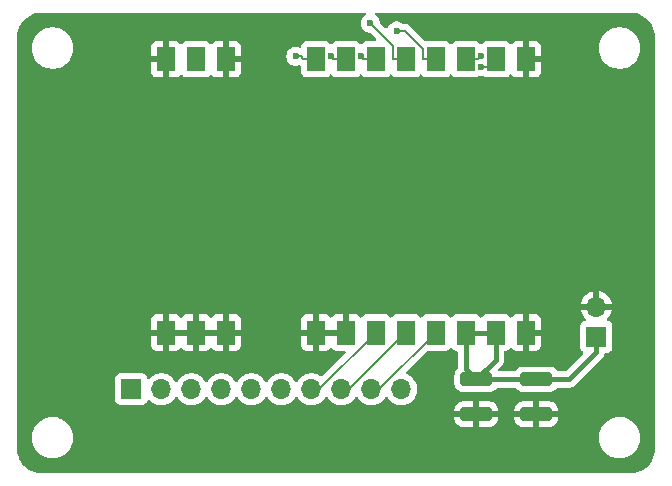
<source format=gbr>
%TF.GenerationSoftware,KiCad,Pcbnew,9.0.0*%
%TF.CreationDate,2025-02-26T09:21:49+02:00*%
%TF.ProjectId,E900M30S shield,45393030-4d33-4305-9320-736869656c64,rev?*%
%TF.SameCoordinates,Original*%
%TF.FileFunction,Copper,L1,Top*%
%TF.FilePolarity,Positive*%
%FSLAX46Y46*%
G04 Gerber Fmt 4.6, Leading zero omitted, Abs format (unit mm)*
G04 Created by KiCad (PCBNEW 9.0.0) date 2025-02-26 09:21:49*
%MOMM*%
%LPD*%
G01*
G04 APERTURE LIST*
G04 Aperture macros list*
%AMRoundRect*
0 Rectangle with rounded corners*
0 $1 Rounding radius*
0 $2 $3 $4 $5 $6 $7 $8 $9 X,Y pos of 4 corners*
0 Add a 4 corners polygon primitive as box body*
4,1,4,$2,$3,$4,$5,$6,$7,$8,$9,$2,$3,0*
0 Add four circle primitives for the rounded corners*
1,1,$1+$1,$2,$3*
1,1,$1+$1,$4,$5*
1,1,$1+$1,$6,$7*
1,1,$1+$1,$8,$9*
0 Add four rect primitives between the rounded corners*
20,1,$1+$1,$2,$3,$4,$5,0*
20,1,$1+$1,$4,$5,$6,$7,0*
20,1,$1+$1,$6,$7,$8,$9,0*
20,1,$1+$1,$8,$9,$2,$3,0*%
G04 Aperture macros list end*
%TA.AperFunction,ComponentPad*%
%ADD10R,1.700000X1.700000*%
%TD*%
%TA.AperFunction,ComponentPad*%
%ADD11O,1.700000X1.700000*%
%TD*%
%TA.AperFunction,SMDPad,CuDef*%
%ADD12RoundRect,0.250000X-1.100000X0.325000X-1.100000X-0.325000X1.100000X-0.325000X1.100000X0.325000X0*%
%TD*%
%TA.AperFunction,SMDPad,CuDef*%
%ADD13R,1.510000X2.080000*%
%TD*%
%TA.AperFunction,ViaPad*%
%ADD14C,0.600000*%
%TD*%
%TA.AperFunction,Conductor*%
%ADD15C,0.400000*%
%TD*%
%TA.AperFunction,Conductor*%
%ADD16C,0.200000*%
%TD*%
G04 APERTURE END LIST*
D10*
%TO.P,J1,1*%
%TO.N,NSS*%
X119380000Y-128905000D03*
D11*
%TO.P,J1,2*%
%TO.N,SCK*%
X121920000Y-128905000D03*
%TO.P,J1,3*%
%TO.N,MOSI*%
X124460000Y-128905000D03*
%TO.P,J1,4*%
%TO.N,MISO*%
X127000000Y-128905000D03*
%TO.P,J1,5*%
%TO.N,RST*%
X129540000Y-128905000D03*
%TO.P,J1,6*%
%TO.N,BUSY*%
X132080000Y-128905000D03*
%TO.P,J1,7*%
%TO.N,RXEN*%
X134620000Y-128905000D03*
%TO.P,J1,8*%
%TO.N,TXEN*%
X137160000Y-128905000D03*
%TO.P,J1,9*%
%TO.N,DIO2*%
X139700000Y-128905000D03*
%TO.P,J1,10*%
%TO.N,DIO1*%
X142240000Y-128905000D03*
%TD*%
D10*
%TO.P,J2,1*%
%TO.N,+5V*%
X158750000Y-124460000D03*
D11*
%TO.P,J2,2*%
%TO.N,GND*%
X158750000Y-121920000D03*
%TD*%
D12*
%TO.P,C1,1*%
%TO.N,+5V*%
X148590000Y-128065000D03*
%TO.P,C1,2*%
%TO.N,GND*%
X148590000Y-131015000D03*
%TD*%
D13*
%TO.P,U1,1,GND*%
%TO.N,GND*%
X122330000Y-124110000D03*
%TO.P,U1,2,GND*%
X124870000Y-124110000D03*
%TO.P,U1,3,GND*%
X127410000Y-124110000D03*
%TO.P,U1,4,GND*%
X135010000Y-124110000D03*
%TO.P,U1,5,GND*%
X137550000Y-124110000D03*
%TO.P,U1,6,RXEN*%
%TO.N,RXEN*%
X140090000Y-124110000D03*
%TO.P,U1,7,TXEN*%
%TO.N,TXEN*%
X142630000Y-124110000D03*
%TO.P,U1,8,DIO2*%
%TO.N,DIO2*%
X145170000Y-124110000D03*
%TO.P,U1,9,VCC*%
%TO.N,+5V*%
X147710000Y-124110000D03*
%TO.P,U1,10,VCC*%
X150250000Y-124110000D03*
%TO.P,U1,11,GND*%
%TO.N,GND*%
X152790000Y-124110000D03*
%TO.P,U1,12,GND*%
X152790000Y-100960000D03*
%TO.P,U1,13,DIO1*%
%TO.N,DIO1*%
X150250000Y-100960000D03*
%TO.P,U1,14,BUSY*%
%TO.N,BUSY*%
X147710000Y-100960000D03*
%TO.P,U1,15,~{RST}*%
%TO.N,RST*%
X145170000Y-100960000D03*
%TO.P,U1,16,MISO*%
%TO.N,MISO*%
X142630000Y-100960000D03*
%TO.P,U1,17,MOSI*%
%TO.N,MOSI*%
X140090000Y-100960000D03*
%TO.P,U1,18,SCK*%
%TO.N,SCK*%
X137550000Y-100960000D03*
%TO.P,U1,19,NSS*%
%TO.N,NSS*%
X135010000Y-100960000D03*
%TO.P,U1,20,GND*%
%TO.N,GND*%
X127410000Y-100960000D03*
%TO.P,U1,21,ANT*%
%TO.N,unconnected-(U1-ANT-Pad21)*%
X124870000Y-100960000D03*
%TO.P,U1,22,GND*%
%TO.N,GND*%
X122330000Y-100960000D03*
%TD*%
D12*
%TO.P,C2,1*%
%TO.N,+5V*%
X153670000Y-128065000D03*
%TO.P,C2,2*%
%TO.N,GND*%
X153670000Y-131015000D03*
%TD*%
D14*
%TO.N,GND*%
X131445000Y-121782000D03*
X145415000Y-119380000D03*
X122357000Y-121782000D03*
X135010000Y-121782000D03*
X127410000Y-103174000D03*
X122330000Y-103174000D03*
X127429000Y-121782000D03*
X145415000Y-127000000D03*
X152790000Y-103174000D03*
X124917000Y-121782000D03*
X137550000Y-121782000D03*
%TO.N,MISO*%
X139625700Y-97910200D03*
%TO.N,MOSI*%
X138820000Y-100726200D03*
%TO.N,DIO1*%
X148980000Y-101611000D03*
%TO.N,NSS*%
X133308700Y-100726200D03*
%TO.N,BUSY*%
X148980000Y-100726200D03*
%TO.N,SCK*%
X136280000Y-100726200D03*
%TO.N,RST*%
X141840200Y-98572000D03*
%TD*%
D15*
%TO.N,+5V*%
X148590000Y-128065000D02*
X147710000Y-127185000D01*
X158750000Y-125730000D02*
X156415000Y-128065000D01*
X147710000Y-127185000D02*
X147710000Y-124110000D01*
X147710000Y-124110000D02*
X150250000Y-124110000D01*
X148590000Y-128065000D02*
X150250000Y-126405000D01*
X156415000Y-128065000D02*
X153670000Y-128065000D01*
X153670000Y-128065000D02*
X148590000Y-128065000D01*
X150250000Y-126405000D02*
X150250000Y-124110000D01*
X158750000Y-124460000D02*
X158750000Y-125730000D01*
D16*
%TO.N,MISO*%
X141573300Y-100960000D02*
X141573300Y-99857800D01*
X142630000Y-100960000D02*
X141573300Y-100960000D01*
X141573300Y-99857800D02*
X139625700Y-97910200D01*
%TO.N,RXEN*%
X140090000Y-124110000D02*
X135295000Y-128905000D01*
X135295000Y-128905000D02*
X134620000Y-128905000D01*
%TO.N,MOSI*%
X140090000Y-100960000D02*
X139033300Y-100960000D01*
X139033300Y-100939500D02*
X139033300Y-100960000D01*
X138820000Y-100726200D02*
X139033300Y-100939500D01*
%TO.N,DIO1*%
X149599000Y-101611000D02*
X150250000Y-100960000D01*
X148980000Y-101611000D02*
X149599000Y-101611000D01*
%TO.N,NSS*%
X133719500Y-100726200D02*
X133953300Y-100960000D01*
X133308700Y-100726200D02*
X133719500Y-100726200D01*
X135010000Y-100960000D02*
X133953300Y-100960000D01*
%TO.N,DIO2*%
X145170000Y-124110000D02*
X140375000Y-128905000D01*
X140375000Y-128905000D02*
X139700000Y-128905000D01*
%TO.N,TXEN*%
X142630000Y-124110000D02*
X142590000Y-124110000D01*
X137795000Y-128905000D02*
X137160000Y-128905000D01*
X142590000Y-124110000D02*
X137795000Y-128905000D01*
%TO.N,BUSY*%
X148980000Y-100726200D02*
X148766700Y-100939500D01*
X147710000Y-100960000D02*
X148766700Y-100960000D01*
X148766700Y-100939500D02*
X148766700Y-100960000D01*
%TO.N,SCK*%
X136280000Y-100726200D02*
X136493300Y-100939500D01*
X136493300Y-100939500D02*
X136493300Y-100960000D01*
X137550000Y-100960000D02*
X136493300Y-100960000D01*
%TO.N,RST*%
X145170000Y-100960000D02*
X144113300Y-100960000D01*
X144113300Y-100960000D02*
X144113300Y-100138800D01*
X144113300Y-100138800D02*
X142546500Y-98572000D01*
X142546500Y-98572000D02*
X141840200Y-98572000D01*
%TD*%
%TA.AperFunction,Conductor*%
%TO.N,GND*%
G36*
X139174633Y-97040185D02*
G01*
X139220388Y-97092989D01*
X139230332Y-97162147D01*
X139201307Y-97225703D01*
X139176485Y-97247602D01*
X139115411Y-97288410D01*
X139115407Y-97288413D01*
X139003913Y-97399907D01*
X139003910Y-97399911D01*
X138916309Y-97531014D01*
X138916302Y-97531027D01*
X138855964Y-97676698D01*
X138855961Y-97676710D01*
X138825200Y-97831353D01*
X138825200Y-97989046D01*
X138855961Y-98143689D01*
X138855964Y-98143701D01*
X138916302Y-98289372D01*
X138916309Y-98289385D01*
X139003910Y-98420488D01*
X139003913Y-98420492D01*
X139115407Y-98531986D01*
X139115411Y-98531989D01*
X139246514Y-98619590D01*
X139246527Y-98619597D01*
X139392198Y-98679935D01*
X139392203Y-98679937D01*
X139456847Y-98692795D01*
X139547549Y-98710838D01*
X139609460Y-98743223D01*
X139611039Y-98744774D01*
X140074084Y-99207819D01*
X140107569Y-99269142D01*
X140102585Y-99338834D01*
X140060713Y-99394767D01*
X139995249Y-99419184D01*
X139986403Y-99419500D01*
X139287129Y-99419500D01*
X139287123Y-99419501D01*
X139227516Y-99425908D01*
X139092671Y-99476202D01*
X139092664Y-99476206D01*
X138977455Y-99562452D01*
X138977452Y-99562455D01*
X138919266Y-99640182D01*
X138863332Y-99682053D01*
X138793641Y-99687037D01*
X138732318Y-99653551D01*
X138720734Y-99640182D01*
X138662547Y-99562455D01*
X138662544Y-99562452D01*
X138547335Y-99476206D01*
X138547328Y-99476202D01*
X138412482Y-99425908D01*
X138412483Y-99425908D01*
X138352883Y-99419501D01*
X138352881Y-99419500D01*
X138352873Y-99419500D01*
X138352864Y-99419500D01*
X136747129Y-99419500D01*
X136747123Y-99419501D01*
X136687516Y-99425908D01*
X136552671Y-99476202D01*
X136552664Y-99476206D01*
X136437455Y-99562452D01*
X136437452Y-99562455D01*
X136379266Y-99640182D01*
X136323332Y-99682053D01*
X136253641Y-99687037D01*
X136192318Y-99653551D01*
X136180734Y-99640182D01*
X136122547Y-99562455D01*
X136122544Y-99562452D01*
X136007335Y-99476206D01*
X136007328Y-99476202D01*
X135872482Y-99425908D01*
X135872483Y-99425908D01*
X135812883Y-99419501D01*
X135812881Y-99419500D01*
X135812873Y-99419500D01*
X135812864Y-99419500D01*
X134207129Y-99419500D01*
X134207123Y-99419501D01*
X134147516Y-99425908D01*
X134012671Y-99476202D01*
X134012664Y-99476206D01*
X133897455Y-99562452D01*
X133897452Y-99562455D01*
X133811206Y-99677664D01*
X133811202Y-99677671D01*
X133760908Y-99812516D01*
X133754474Y-99872363D01*
X133727736Y-99936913D01*
X133670343Y-99976761D01*
X133600517Y-99979254D01*
X133583737Y-99973669D01*
X133542197Y-99956463D01*
X133542192Y-99956462D01*
X133542189Y-99956461D01*
X133387545Y-99925700D01*
X133387542Y-99925700D01*
X133229858Y-99925700D01*
X133229855Y-99925700D01*
X133075210Y-99956461D01*
X133075198Y-99956464D01*
X132929527Y-100016802D01*
X132929514Y-100016809D01*
X132798411Y-100104410D01*
X132798407Y-100104413D01*
X132686913Y-100215907D01*
X132686910Y-100215911D01*
X132599309Y-100347014D01*
X132599302Y-100347027D01*
X132538964Y-100492698D01*
X132538961Y-100492710D01*
X132508200Y-100647353D01*
X132508200Y-100805046D01*
X132538961Y-100959689D01*
X132538964Y-100959701D01*
X132599302Y-101105372D01*
X132599309Y-101105385D01*
X132686910Y-101236488D01*
X132686913Y-101236492D01*
X132798407Y-101347986D01*
X132798411Y-101347989D01*
X132929514Y-101435590D01*
X132929527Y-101435597D01*
X133050143Y-101485557D01*
X133075203Y-101495937D01*
X133194049Y-101519577D01*
X133229853Y-101526699D01*
X133229856Y-101526700D01*
X133229858Y-101526700D01*
X133387544Y-101526700D01*
X133387545Y-101526699D01*
X133542197Y-101495937D01*
X133566272Y-101485964D01*
X133570062Y-101485557D01*
X133573170Y-101483344D01*
X133604527Y-101481850D01*
X133635737Y-101478495D01*
X133640255Y-101480149D01*
X133642960Y-101480021D01*
X133675722Y-101493137D01*
X133692503Y-101502826D01*
X133740717Y-101553393D01*
X133754500Y-101610211D01*
X133754500Y-102047870D01*
X133754501Y-102047876D01*
X133760908Y-102107483D01*
X133811202Y-102242328D01*
X133811206Y-102242335D01*
X133897452Y-102357544D01*
X133897455Y-102357547D01*
X134012664Y-102443793D01*
X134012671Y-102443797D01*
X134147517Y-102494091D01*
X134147516Y-102494091D01*
X134154444Y-102494835D01*
X134207127Y-102500500D01*
X135812872Y-102500499D01*
X135872483Y-102494091D01*
X136007331Y-102443796D01*
X136122546Y-102357546D01*
X136180735Y-102279815D01*
X136236667Y-102237946D01*
X136306359Y-102232962D01*
X136367682Y-102266447D01*
X136379259Y-102279808D01*
X136437454Y-102357546D01*
X136437455Y-102357546D01*
X136437456Y-102357548D01*
X136552664Y-102443793D01*
X136552671Y-102443797D01*
X136687517Y-102494091D01*
X136687516Y-102494091D01*
X136694444Y-102494835D01*
X136747127Y-102500500D01*
X138352872Y-102500499D01*
X138412483Y-102494091D01*
X138547331Y-102443796D01*
X138662546Y-102357546D01*
X138720735Y-102279815D01*
X138776667Y-102237946D01*
X138846359Y-102232962D01*
X138907682Y-102266447D01*
X138919259Y-102279808D01*
X138977454Y-102357546D01*
X138977455Y-102357546D01*
X138977456Y-102357548D01*
X139092664Y-102443793D01*
X139092671Y-102443797D01*
X139227517Y-102494091D01*
X139227516Y-102494091D01*
X139234444Y-102494835D01*
X139287127Y-102500500D01*
X140892872Y-102500499D01*
X140952483Y-102494091D01*
X141087331Y-102443796D01*
X141202546Y-102357546D01*
X141260735Y-102279815D01*
X141316667Y-102237946D01*
X141386359Y-102232962D01*
X141447682Y-102266447D01*
X141459259Y-102279808D01*
X141517454Y-102357546D01*
X141517455Y-102357546D01*
X141517456Y-102357548D01*
X141632664Y-102443793D01*
X141632671Y-102443797D01*
X141767517Y-102494091D01*
X141767516Y-102494091D01*
X141774444Y-102494835D01*
X141827127Y-102500500D01*
X143432872Y-102500499D01*
X143492483Y-102494091D01*
X143627331Y-102443796D01*
X143742546Y-102357546D01*
X143800735Y-102279815D01*
X143856667Y-102237946D01*
X143926359Y-102232962D01*
X143987682Y-102266447D01*
X143999259Y-102279808D01*
X144057454Y-102357546D01*
X144057455Y-102357546D01*
X144057456Y-102357548D01*
X144172664Y-102443793D01*
X144172671Y-102443797D01*
X144307517Y-102494091D01*
X144307516Y-102494091D01*
X144314444Y-102494835D01*
X144367127Y-102500500D01*
X145972872Y-102500499D01*
X146032483Y-102494091D01*
X146167331Y-102443796D01*
X146282546Y-102357546D01*
X146340735Y-102279815D01*
X146396667Y-102237946D01*
X146466359Y-102232962D01*
X146527682Y-102266447D01*
X146539259Y-102279808D01*
X146597454Y-102357546D01*
X146597455Y-102357546D01*
X146597456Y-102357548D01*
X146712664Y-102443793D01*
X146712671Y-102443797D01*
X146847517Y-102494091D01*
X146847516Y-102494091D01*
X146854444Y-102494835D01*
X146907127Y-102500500D01*
X148512872Y-102500499D01*
X148572483Y-102494091D01*
X148707331Y-102443796D01*
X148737838Y-102420958D01*
X148803299Y-102396540D01*
X148836341Y-102398607D01*
X148901155Y-102411500D01*
X148901158Y-102411500D01*
X149058843Y-102411500D01*
X149076306Y-102408026D01*
X149123657Y-102398607D01*
X149193248Y-102404834D01*
X149222159Y-102420956D01*
X149252073Y-102443350D01*
X149252668Y-102443795D01*
X149252671Y-102443797D01*
X149387517Y-102494091D01*
X149387516Y-102494091D01*
X149394444Y-102494835D01*
X149447127Y-102500500D01*
X151052872Y-102500499D01*
X151112483Y-102494091D01*
X151247331Y-102443796D01*
X151362546Y-102357546D01*
X151388618Y-102322717D01*
X151421046Y-102279401D01*
X151476979Y-102237530D01*
X151546671Y-102232546D01*
X151607994Y-102266032D01*
X151619578Y-102279401D01*
X151677809Y-102357187D01*
X151677812Y-102357190D01*
X151792906Y-102443350D01*
X151792913Y-102443354D01*
X151927620Y-102493596D01*
X151927627Y-102493598D01*
X151987155Y-102499999D01*
X151987172Y-102500000D01*
X152540000Y-102500000D01*
X153040000Y-102500000D01*
X153592828Y-102500000D01*
X153592844Y-102499999D01*
X153652372Y-102493598D01*
X153652379Y-102493596D01*
X153787086Y-102443354D01*
X153787093Y-102443350D01*
X153902187Y-102357190D01*
X153902190Y-102357187D01*
X153988350Y-102242093D01*
X153988354Y-102242086D01*
X154038596Y-102107379D01*
X154038598Y-102107372D01*
X154044999Y-102047844D01*
X154045000Y-102047827D01*
X154045000Y-101210000D01*
X153040000Y-101210000D01*
X153040000Y-102500000D01*
X152540000Y-102500000D01*
X152540000Y-100710000D01*
X153040000Y-100710000D01*
X154045000Y-100710000D01*
X154045000Y-99905258D01*
X158969500Y-99905258D01*
X158969500Y-100134741D01*
X158994446Y-100324215D01*
X158999452Y-100362238D01*
X159035153Y-100495478D01*
X159058842Y-100583887D01*
X159146650Y-100795876D01*
X159146657Y-100795890D01*
X159261392Y-100994617D01*
X159401081Y-101176661D01*
X159401089Y-101176670D01*
X159563330Y-101338911D01*
X159563338Y-101338918D01*
X159563339Y-101338919D01*
X159575159Y-101347989D01*
X159745382Y-101478607D01*
X159745385Y-101478608D01*
X159745388Y-101478611D01*
X159944112Y-101593344D01*
X159944117Y-101593346D01*
X159944123Y-101593349D01*
X159984832Y-101610211D01*
X160156113Y-101681158D01*
X160377762Y-101740548D01*
X160605266Y-101770500D01*
X160605273Y-101770500D01*
X160834727Y-101770500D01*
X160834734Y-101770500D01*
X161062238Y-101740548D01*
X161283887Y-101681158D01*
X161495888Y-101593344D01*
X161694612Y-101478611D01*
X161876661Y-101338919D01*
X161876665Y-101338914D01*
X161876670Y-101338911D01*
X162038911Y-101176670D01*
X162038914Y-101176665D01*
X162038919Y-101176661D01*
X162178611Y-100994612D01*
X162293344Y-100795888D01*
X162381158Y-100583887D01*
X162440548Y-100362238D01*
X162470500Y-100134734D01*
X162470500Y-99905266D01*
X162440548Y-99677762D01*
X162381158Y-99456113D01*
X162308787Y-99281394D01*
X162293349Y-99244123D01*
X162293346Y-99244117D01*
X162293344Y-99244112D01*
X162178611Y-99045388D01*
X162178608Y-99045385D01*
X162178607Y-99045382D01*
X162038918Y-98863338D01*
X162038911Y-98863330D01*
X161876670Y-98701089D01*
X161876661Y-98701081D01*
X161694617Y-98561392D01*
X161669623Y-98546962D01*
X161495888Y-98446656D01*
X161495876Y-98446650D01*
X161283887Y-98358842D01*
X161230305Y-98344485D01*
X161062238Y-98299452D01*
X161024215Y-98294446D01*
X160834741Y-98269500D01*
X160834734Y-98269500D01*
X160605266Y-98269500D01*
X160605258Y-98269500D01*
X160388715Y-98298009D01*
X160377762Y-98299452D01*
X160284076Y-98324554D01*
X160156112Y-98358842D01*
X159944123Y-98446650D01*
X159944109Y-98446657D01*
X159745382Y-98561392D01*
X159563338Y-98701081D01*
X159401081Y-98863338D01*
X159261392Y-99045382D01*
X159146657Y-99244109D01*
X159146650Y-99244123D01*
X159058842Y-99456112D01*
X159053339Y-99476649D01*
X158999477Y-99677671D01*
X158999453Y-99677759D01*
X158999451Y-99677770D01*
X158969500Y-99905258D01*
X154045000Y-99905258D01*
X154045000Y-99872172D01*
X154044999Y-99872155D01*
X154038598Y-99812627D01*
X154038596Y-99812620D01*
X153988354Y-99677913D01*
X153988350Y-99677906D01*
X153902190Y-99562812D01*
X153902187Y-99562809D01*
X153787093Y-99476649D01*
X153787086Y-99476645D01*
X153652379Y-99426403D01*
X153652372Y-99426401D01*
X153592844Y-99420000D01*
X153040000Y-99420000D01*
X153040000Y-100710000D01*
X152540000Y-100710000D01*
X152540000Y-99420000D01*
X151987155Y-99420000D01*
X151927627Y-99426401D01*
X151927620Y-99426403D01*
X151792913Y-99476645D01*
X151792906Y-99476649D01*
X151677812Y-99562809D01*
X151619578Y-99640599D01*
X151563644Y-99682469D01*
X151493952Y-99687453D01*
X151432629Y-99653967D01*
X151421046Y-99640599D01*
X151362814Y-99562812D01*
X151362546Y-99562454D01*
X151362544Y-99562453D01*
X151362544Y-99562452D01*
X151247335Y-99476206D01*
X151247328Y-99476202D01*
X151112482Y-99425908D01*
X151112483Y-99425908D01*
X151052883Y-99419501D01*
X151052881Y-99419500D01*
X151052873Y-99419500D01*
X151052864Y-99419500D01*
X149447129Y-99419500D01*
X149447123Y-99419501D01*
X149387516Y-99425908D01*
X149252671Y-99476202D01*
X149252664Y-99476206D01*
X149137455Y-99562452D01*
X149137452Y-99562455D01*
X149079266Y-99640182D01*
X149023332Y-99682053D01*
X148953641Y-99687037D01*
X148892318Y-99653551D01*
X148880734Y-99640182D01*
X148822547Y-99562455D01*
X148822544Y-99562452D01*
X148707335Y-99476206D01*
X148707328Y-99476202D01*
X148572482Y-99425908D01*
X148572483Y-99425908D01*
X148512883Y-99419501D01*
X148512881Y-99419500D01*
X148512873Y-99419500D01*
X148512864Y-99419500D01*
X146907129Y-99419500D01*
X146907123Y-99419501D01*
X146847516Y-99425908D01*
X146712671Y-99476202D01*
X146712664Y-99476206D01*
X146597455Y-99562452D01*
X146597452Y-99562455D01*
X146539266Y-99640182D01*
X146483332Y-99682053D01*
X146413641Y-99687037D01*
X146352318Y-99653551D01*
X146340734Y-99640182D01*
X146282547Y-99562455D01*
X146282544Y-99562452D01*
X146167335Y-99476206D01*
X146167328Y-99476202D01*
X146032482Y-99425908D01*
X146032483Y-99425908D01*
X145972883Y-99419501D01*
X145972881Y-99419500D01*
X145972873Y-99419500D01*
X145972864Y-99419500D01*
X144367129Y-99419500D01*
X144367120Y-99419501D01*
X144314244Y-99425185D01*
X144245485Y-99412778D01*
X144213311Y-99389576D01*
X143034090Y-98210355D01*
X143034088Y-98210352D01*
X142915217Y-98091481D01*
X142915216Y-98091480D01*
X142828404Y-98041360D01*
X142828404Y-98041359D01*
X142828400Y-98041358D01*
X142778285Y-98012423D01*
X142625557Y-97971499D01*
X142467443Y-97971499D01*
X142459847Y-97971499D01*
X142459831Y-97971500D01*
X142419966Y-97971500D01*
X142352927Y-97951815D01*
X142351075Y-97950602D01*
X142219385Y-97862609D01*
X142219372Y-97862602D01*
X142073701Y-97802264D01*
X142073689Y-97802261D01*
X141919045Y-97771500D01*
X141919042Y-97771500D01*
X141761358Y-97771500D01*
X141761355Y-97771500D01*
X141606710Y-97802261D01*
X141606698Y-97802264D01*
X141461027Y-97862602D01*
X141461014Y-97862609D01*
X141329911Y-97950210D01*
X141329907Y-97950213D01*
X141218413Y-98061707D01*
X141218410Y-98061711D01*
X141130809Y-98192814D01*
X141130804Y-98192824D01*
X141092501Y-98285296D01*
X141048660Y-98339699D01*
X140982365Y-98361764D01*
X140914666Y-98344485D01*
X140890259Y-98325524D01*
X140460274Y-97895539D01*
X140426789Y-97834216D01*
X140426338Y-97832049D01*
X140395438Y-97676710D01*
X140395437Y-97676703D01*
X140376019Y-97629824D01*
X140335097Y-97531027D01*
X140335090Y-97531014D01*
X140247489Y-97399911D01*
X140247486Y-97399907D01*
X140135992Y-97288413D01*
X140135988Y-97288410D01*
X140074915Y-97247602D01*
X140030110Y-97193990D01*
X140021403Y-97124665D01*
X140051558Y-97061637D01*
X140111001Y-97024918D01*
X140143806Y-97020500D01*
X161594108Y-97020500D01*
X161655933Y-97020500D01*
X161664042Y-97020765D01*
X161687442Y-97022298D01*
X161920725Y-97037588D01*
X161936783Y-97039703D01*
X162185077Y-97089092D01*
X162200728Y-97093286D01*
X162440439Y-97174657D01*
X162455423Y-97180863D01*
X162682460Y-97292826D01*
X162696508Y-97300936D01*
X162906990Y-97441576D01*
X162919854Y-97451447D01*
X163110175Y-97618355D01*
X163121644Y-97629824D01*
X163288552Y-97820145D01*
X163298426Y-97833013D01*
X163439063Y-98043492D01*
X163447173Y-98057539D01*
X163559136Y-98284576D01*
X163565343Y-98299562D01*
X163646711Y-98539265D01*
X163650909Y-98554931D01*
X163700294Y-98803202D01*
X163702412Y-98819284D01*
X163719235Y-99075956D01*
X163719500Y-99084066D01*
X163719500Y-133955933D01*
X163719235Y-133964043D01*
X163702412Y-134220715D01*
X163700294Y-134236797D01*
X163650909Y-134485068D01*
X163646711Y-134500734D01*
X163565343Y-134740437D01*
X163559136Y-134755423D01*
X163447173Y-134982460D01*
X163439063Y-134996507D01*
X163298426Y-135206986D01*
X163288552Y-135219854D01*
X163121644Y-135410175D01*
X163110175Y-135421644D01*
X162919854Y-135588552D01*
X162906986Y-135598426D01*
X162696507Y-135739063D01*
X162682460Y-135747173D01*
X162455423Y-135859136D01*
X162440437Y-135865343D01*
X162200734Y-135946711D01*
X162185068Y-135950909D01*
X161936797Y-136000294D01*
X161920715Y-136002412D01*
X161664043Y-136019235D01*
X161655933Y-136019500D01*
X111784067Y-136019500D01*
X111775957Y-136019235D01*
X111519284Y-136002412D01*
X111503204Y-136000294D01*
X111383728Y-135976528D01*
X111254931Y-135950909D01*
X111239265Y-135946711D01*
X110999562Y-135865343D01*
X110984576Y-135859136D01*
X110757539Y-135747173D01*
X110743492Y-135739063D01*
X110533013Y-135598426D01*
X110520145Y-135588552D01*
X110329824Y-135421644D01*
X110318355Y-135410175D01*
X110151447Y-135219854D01*
X110141573Y-135206986D01*
X110000936Y-134996507D01*
X109992826Y-134982460D01*
X109880863Y-134755423D01*
X109874656Y-134740437D01*
X109854533Y-134681157D01*
X109793286Y-134500728D01*
X109789092Y-134485077D01*
X109739703Y-134236783D01*
X109737588Y-134220725D01*
X109720765Y-133964042D01*
X109720500Y-133955933D01*
X109720500Y-132905258D01*
X110969500Y-132905258D01*
X110969500Y-133134741D01*
X110994446Y-133324215D01*
X110999452Y-133362238D01*
X111035153Y-133495478D01*
X111058842Y-133583887D01*
X111146650Y-133795876D01*
X111146656Y-133795888D01*
X111243739Y-133964042D01*
X111261392Y-133994617D01*
X111401081Y-134176661D01*
X111401089Y-134176670D01*
X111563330Y-134338911D01*
X111563338Y-134338918D01*
X111745382Y-134478607D01*
X111745385Y-134478608D01*
X111745388Y-134478611D01*
X111944112Y-134593344D01*
X111944117Y-134593346D01*
X111944123Y-134593349D01*
X112035480Y-134631190D01*
X112156113Y-134681158D01*
X112377762Y-134740548D01*
X112605266Y-134770500D01*
X112605273Y-134770500D01*
X112834727Y-134770500D01*
X112834734Y-134770500D01*
X113062238Y-134740548D01*
X113283887Y-134681158D01*
X113495888Y-134593344D01*
X113694612Y-134478611D01*
X113876661Y-134338919D01*
X113876665Y-134338914D01*
X113876670Y-134338911D01*
X114038911Y-134176670D01*
X114038914Y-134176665D01*
X114038919Y-134176661D01*
X114178611Y-133994612D01*
X114293344Y-133795888D01*
X114381158Y-133583887D01*
X114440548Y-133362238D01*
X114470500Y-133134734D01*
X114470500Y-132905266D01*
X114470499Y-132905258D01*
X158969500Y-132905258D01*
X158969500Y-133134741D01*
X158994446Y-133324215D01*
X158999452Y-133362238D01*
X159035153Y-133495478D01*
X159058842Y-133583887D01*
X159146650Y-133795876D01*
X159146656Y-133795888D01*
X159243739Y-133964042D01*
X159261392Y-133994617D01*
X159401081Y-134176661D01*
X159401089Y-134176670D01*
X159563330Y-134338911D01*
X159563338Y-134338918D01*
X159745382Y-134478607D01*
X159745385Y-134478608D01*
X159745388Y-134478611D01*
X159944112Y-134593344D01*
X159944117Y-134593346D01*
X159944123Y-134593349D01*
X160035480Y-134631190D01*
X160156113Y-134681158D01*
X160377762Y-134740548D01*
X160605266Y-134770500D01*
X160605273Y-134770500D01*
X160834727Y-134770500D01*
X160834734Y-134770500D01*
X161062238Y-134740548D01*
X161283887Y-134681158D01*
X161495888Y-134593344D01*
X161694612Y-134478611D01*
X161876661Y-134338919D01*
X161876665Y-134338914D01*
X161876670Y-134338911D01*
X162038911Y-134176670D01*
X162038914Y-134176665D01*
X162038919Y-134176661D01*
X162178611Y-133994612D01*
X162293344Y-133795888D01*
X162381158Y-133583887D01*
X162440548Y-133362238D01*
X162470500Y-133134734D01*
X162470500Y-132905266D01*
X162440548Y-132677762D01*
X162381158Y-132456113D01*
X162317642Y-132302773D01*
X162293349Y-132244123D01*
X162293346Y-132244117D01*
X162293344Y-132244112D01*
X162178611Y-132045388D01*
X162178608Y-132045385D01*
X162178607Y-132045382D01*
X162038918Y-131863338D01*
X162038911Y-131863330D01*
X161876670Y-131701089D01*
X161876661Y-131701081D01*
X161694617Y-131561392D01*
X161495890Y-131446657D01*
X161495876Y-131446650D01*
X161283887Y-131358842D01*
X161062238Y-131299452D01*
X161024215Y-131294446D01*
X160834741Y-131269500D01*
X160834734Y-131269500D01*
X160605266Y-131269500D01*
X160605258Y-131269500D01*
X160388715Y-131298009D01*
X160377762Y-131299452D01*
X160284076Y-131324554D01*
X160156112Y-131358842D01*
X159944123Y-131446650D01*
X159944109Y-131446657D01*
X159745382Y-131561392D01*
X159563338Y-131701081D01*
X159401081Y-131863338D01*
X159261392Y-132045382D01*
X159146657Y-132244109D01*
X159146650Y-132244123D01*
X159058842Y-132456112D01*
X158999453Y-132677759D01*
X158999451Y-132677770D01*
X158969500Y-132905258D01*
X114470499Y-132905258D01*
X114440548Y-132677762D01*
X114381158Y-132456113D01*
X114317642Y-132302773D01*
X114293349Y-132244123D01*
X114293346Y-132244117D01*
X114293344Y-132244112D01*
X114178611Y-132045388D01*
X114178608Y-132045385D01*
X114178607Y-132045382D01*
X114038918Y-131863338D01*
X114038911Y-131863330D01*
X113876670Y-131701089D01*
X113876661Y-131701081D01*
X113694617Y-131561392D01*
X113495890Y-131446657D01*
X113495876Y-131446650D01*
X113359076Y-131389986D01*
X146740001Y-131389986D01*
X146750494Y-131492697D01*
X146805641Y-131659119D01*
X146805643Y-131659124D01*
X146897684Y-131808345D01*
X147021654Y-131932315D01*
X147170875Y-132024356D01*
X147170880Y-132024358D01*
X147337302Y-132079505D01*
X147337309Y-132079506D01*
X147440019Y-132089999D01*
X148339999Y-132089999D01*
X148840000Y-132089999D01*
X149739972Y-132089999D01*
X149739986Y-132089998D01*
X149842697Y-132079505D01*
X150009119Y-132024358D01*
X150009124Y-132024356D01*
X150158345Y-131932315D01*
X150282315Y-131808345D01*
X150374356Y-131659124D01*
X150374358Y-131659119D01*
X150429505Y-131492697D01*
X150429506Y-131492690D01*
X150439999Y-131389986D01*
X151820001Y-131389986D01*
X151830494Y-131492697D01*
X151885641Y-131659119D01*
X151885643Y-131659124D01*
X151977684Y-131808345D01*
X152101654Y-131932315D01*
X152250875Y-132024356D01*
X152250880Y-132024358D01*
X152417302Y-132079505D01*
X152417309Y-132079506D01*
X152520019Y-132089999D01*
X153419999Y-132089999D01*
X153920000Y-132089999D01*
X154819972Y-132089999D01*
X154819986Y-132089998D01*
X154922697Y-132079505D01*
X155089119Y-132024358D01*
X155089124Y-132024356D01*
X155238345Y-131932315D01*
X155362315Y-131808345D01*
X155454356Y-131659124D01*
X155454358Y-131659119D01*
X155509505Y-131492697D01*
X155509506Y-131492690D01*
X155519999Y-131389986D01*
X155520000Y-131389973D01*
X155520000Y-131265000D01*
X153920000Y-131265000D01*
X153920000Y-132089999D01*
X153419999Y-132089999D01*
X153420000Y-132089998D01*
X153420000Y-131265000D01*
X151820001Y-131265000D01*
X151820001Y-131389986D01*
X150439999Y-131389986D01*
X150440000Y-131389973D01*
X150440000Y-131265000D01*
X148840000Y-131265000D01*
X148840000Y-132089999D01*
X148339999Y-132089999D01*
X148340000Y-132089998D01*
X148340000Y-131265000D01*
X146740001Y-131265000D01*
X146740001Y-131389986D01*
X113359076Y-131389986D01*
X113283887Y-131358842D01*
X113062238Y-131299452D01*
X113024215Y-131294446D01*
X112834741Y-131269500D01*
X112834734Y-131269500D01*
X112605266Y-131269500D01*
X112605258Y-131269500D01*
X112388715Y-131298009D01*
X112377762Y-131299452D01*
X112284076Y-131324554D01*
X112156112Y-131358842D01*
X111944123Y-131446650D01*
X111944109Y-131446657D01*
X111745382Y-131561392D01*
X111563338Y-131701081D01*
X111401081Y-131863338D01*
X111261392Y-132045382D01*
X111146657Y-132244109D01*
X111146650Y-132244123D01*
X111058842Y-132456112D01*
X110999453Y-132677759D01*
X110999451Y-132677770D01*
X110969500Y-132905258D01*
X109720500Y-132905258D01*
X109720500Y-130640013D01*
X146740000Y-130640013D01*
X146740000Y-130765000D01*
X148340000Y-130765000D01*
X148840000Y-130765000D01*
X150439999Y-130765000D01*
X150439999Y-130640029D01*
X150439998Y-130640013D01*
X151820000Y-130640013D01*
X151820000Y-130765000D01*
X153420000Y-130765000D01*
X153920000Y-130765000D01*
X155519999Y-130765000D01*
X155519999Y-130640028D01*
X155519998Y-130640013D01*
X155509505Y-130537302D01*
X155454358Y-130370880D01*
X155454356Y-130370875D01*
X155362315Y-130221654D01*
X155238345Y-130097684D01*
X155089124Y-130005643D01*
X155089119Y-130005641D01*
X154922697Y-129950494D01*
X154922690Y-129950493D01*
X154819986Y-129940000D01*
X153920000Y-129940000D01*
X153920000Y-130765000D01*
X153420000Y-130765000D01*
X153420000Y-129940000D01*
X152520028Y-129940000D01*
X152520012Y-129940001D01*
X152417302Y-129950494D01*
X152250880Y-130005641D01*
X152250875Y-130005643D01*
X152101654Y-130097684D01*
X151977684Y-130221654D01*
X151885643Y-130370875D01*
X151885641Y-130370880D01*
X151830494Y-130537302D01*
X151830493Y-130537309D01*
X151820000Y-130640013D01*
X150439998Y-130640013D01*
X150439998Y-130640012D01*
X150429505Y-130537302D01*
X150374358Y-130370880D01*
X150374356Y-130370875D01*
X150282315Y-130221654D01*
X150158345Y-130097684D01*
X150009124Y-130005643D01*
X150009119Y-130005641D01*
X149842697Y-129950494D01*
X149842690Y-129950493D01*
X149739986Y-129940000D01*
X148840000Y-129940000D01*
X148840000Y-130765000D01*
X148340000Y-130765000D01*
X148340000Y-129940000D01*
X147440028Y-129940000D01*
X147440012Y-129940001D01*
X147337302Y-129950494D01*
X147170880Y-130005641D01*
X147170875Y-130005643D01*
X147021654Y-130097684D01*
X146897684Y-130221654D01*
X146805643Y-130370875D01*
X146805641Y-130370880D01*
X146750494Y-130537302D01*
X146750493Y-130537309D01*
X146740000Y-130640013D01*
X109720500Y-130640013D01*
X109720500Y-128007135D01*
X118029500Y-128007135D01*
X118029500Y-129802870D01*
X118029501Y-129802876D01*
X118035908Y-129862483D01*
X118086202Y-129997328D01*
X118086206Y-129997335D01*
X118172452Y-130112544D01*
X118172455Y-130112547D01*
X118287664Y-130198793D01*
X118287671Y-130198797D01*
X118422517Y-130249091D01*
X118422516Y-130249091D01*
X118429444Y-130249835D01*
X118482127Y-130255500D01*
X120277872Y-130255499D01*
X120337483Y-130249091D01*
X120472331Y-130198796D01*
X120587546Y-130112546D01*
X120673796Y-129997331D01*
X120722810Y-129865916D01*
X120764681Y-129809984D01*
X120830145Y-129785566D01*
X120898418Y-129800417D01*
X120926673Y-129821569D01*
X121040213Y-129935109D01*
X121212179Y-130060048D01*
X121212181Y-130060049D01*
X121212184Y-130060051D01*
X121401588Y-130156557D01*
X121603757Y-130222246D01*
X121813713Y-130255500D01*
X121813714Y-130255500D01*
X122026286Y-130255500D01*
X122026287Y-130255500D01*
X122236243Y-130222246D01*
X122438412Y-130156557D01*
X122627816Y-130060051D01*
X122702703Y-130005643D01*
X122799786Y-129935109D01*
X122799788Y-129935106D01*
X122799792Y-129935104D01*
X122950104Y-129784792D01*
X122950106Y-129784788D01*
X122950109Y-129784786D01*
X123075048Y-129612820D01*
X123075047Y-129612820D01*
X123075051Y-129612816D01*
X123079514Y-129604054D01*
X123127488Y-129553259D01*
X123195308Y-129536463D01*
X123261444Y-129558999D01*
X123300486Y-129604056D01*
X123304951Y-129612820D01*
X123429890Y-129784786D01*
X123580213Y-129935109D01*
X123752179Y-130060048D01*
X123752181Y-130060049D01*
X123752184Y-130060051D01*
X123941588Y-130156557D01*
X124143757Y-130222246D01*
X124353713Y-130255500D01*
X124353714Y-130255500D01*
X124566286Y-130255500D01*
X124566287Y-130255500D01*
X124776243Y-130222246D01*
X124978412Y-130156557D01*
X125167816Y-130060051D01*
X125242703Y-130005643D01*
X125339786Y-129935109D01*
X125339788Y-129935106D01*
X125339792Y-129935104D01*
X125490104Y-129784792D01*
X125490106Y-129784788D01*
X125490109Y-129784786D01*
X125615048Y-129612820D01*
X125615047Y-129612820D01*
X125615051Y-129612816D01*
X125619514Y-129604054D01*
X125667488Y-129553259D01*
X125735308Y-129536463D01*
X125801444Y-129558999D01*
X125840486Y-129604056D01*
X125844951Y-129612820D01*
X125969890Y-129784786D01*
X126120213Y-129935109D01*
X126292179Y-130060048D01*
X126292181Y-130060049D01*
X126292184Y-130060051D01*
X126481588Y-130156557D01*
X126683757Y-130222246D01*
X126893713Y-130255500D01*
X126893714Y-130255500D01*
X127106286Y-130255500D01*
X127106287Y-130255500D01*
X127316243Y-130222246D01*
X127518412Y-130156557D01*
X127707816Y-130060051D01*
X127782703Y-130005643D01*
X127879786Y-129935109D01*
X127879788Y-129935106D01*
X127879792Y-129935104D01*
X128030104Y-129784792D01*
X128030106Y-129784788D01*
X128030109Y-129784786D01*
X128155048Y-129612820D01*
X128155047Y-129612820D01*
X128155051Y-129612816D01*
X128159514Y-129604054D01*
X128207488Y-129553259D01*
X128275308Y-129536463D01*
X128341444Y-129558999D01*
X128380486Y-129604056D01*
X128384951Y-129612820D01*
X128509890Y-129784786D01*
X128660213Y-129935109D01*
X128832179Y-130060048D01*
X128832181Y-130060049D01*
X128832184Y-130060051D01*
X129021588Y-130156557D01*
X129223757Y-130222246D01*
X129433713Y-130255500D01*
X129433714Y-130255500D01*
X129646286Y-130255500D01*
X129646287Y-130255500D01*
X129856243Y-130222246D01*
X130058412Y-130156557D01*
X130247816Y-130060051D01*
X130322703Y-130005643D01*
X130419786Y-129935109D01*
X130419788Y-129935106D01*
X130419792Y-129935104D01*
X130570104Y-129784792D01*
X130570106Y-129784788D01*
X130570109Y-129784786D01*
X130695048Y-129612820D01*
X130695047Y-129612820D01*
X130695051Y-129612816D01*
X130699514Y-129604054D01*
X130747488Y-129553259D01*
X130815308Y-129536463D01*
X130881444Y-129558999D01*
X130920486Y-129604056D01*
X130924951Y-129612820D01*
X131049890Y-129784786D01*
X131200213Y-129935109D01*
X131372179Y-130060048D01*
X131372181Y-130060049D01*
X131372184Y-130060051D01*
X131561588Y-130156557D01*
X131763757Y-130222246D01*
X131973713Y-130255500D01*
X131973714Y-130255500D01*
X132186286Y-130255500D01*
X132186287Y-130255500D01*
X132396243Y-130222246D01*
X132598412Y-130156557D01*
X132787816Y-130060051D01*
X132862703Y-130005643D01*
X132959786Y-129935109D01*
X132959788Y-129935106D01*
X132959792Y-129935104D01*
X133110104Y-129784792D01*
X133110106Y-129784788D01*
X133110109Y-129784786D01*
X133235048Y-129612820D01*
X133235047Y-129612820D01*
X133235051Y-129612816D01*
X133239514Y-129604054D01*
X133287488Y-129553259D01*
X133355308Y-129536463D01*
X133421444Y-129558999D01*
X133460486Y-129604056D01*
X133464951Y-129612820D01*
X133589890Y-129784786D01*
X133740213Y-129935109D01*
X133912179Y-130060048D01*
X133912181Y-130060049D01*
X133912184Y-130060051D01*
X134101588Y-130156557D01*
X134303757Y-130222246D01*
X134513713Y-130255500D01*
X134513714Y-130255500D01*
X134726286Y-130255500D01*
X134726287Y-130255500D01*
X134936243Y-130222246D01*
X135138412Y-130156557D01*
X135327816Y-130060051D01*
X135402703Y-130005643D01*
X135499786Y-129935109D01*
X135499788Y-129935106D01*
X135499792Y-129935104D01*
X135650104Y-129784792D01*
X135650106Y-129784788D01*
X135650109Y-129784786D01*
X135775048Y-129612820D01*
X135775047Y-129612820D01*
X135775051Y-129612816D01*
X135779514Y-129604054D01*
X135827488Y-129553259D01*
X135895308Y-129536463D01*
X135961444Y-129558999D01*
X136000486Y-129604056D01*
X136004951Y-129612820D01*
X136129890Y-129784786D01*
X136280213Y-129935109D01*
X136452179Y-130060048D01*
X136452181Y-130060049D01*
X136452184Y-130060051D01*
X136641588Y-130156557D01*
X136843757Y-130222246D01*
X137053713Y-130255500D01*
X137053714Y-130255500D01*
X137266286Y-130255500D01*
X137266287Y-130255500D01*
X137476243Y-130222246D01*
X137678412Y-130156557D01*
X137867816Y-130060051D01*
X137942703Y-130005643D01*
X138039786Y-129935109D01*
X138039788Y-129935106D01*
X138039792Y-129935104D01*
X138190104Y-129784792D01*
X138190106Y-129784788D01*
X138190109Y-129784786D01*
X138315048Y-129612820D01*
X138315047Y-129612820D01*
X138315051Y-129612816D01*
X138319514Y-129604054D01*
X138367488Y-129553259D01*
X138435308Y-129536463D01*
X138501444Y-129558999D01*
X138540486Y-129604056D01*
X138544951Y-129612820D01*
X138669890Y-129784786D01*
X138820213Y-129935109D01*
X138992179Y-130060048D01*
X138992181Y-130060049D01*
X138992184Y-130060051D01*
X139181588Y-130156557D01*
X139383757Y-130222246D01*
X139593713Y-130255500D01*
X139593714Y-130255500D01*
X139806286Y-130255500D01*
X139806287Y-130255500D01*
X140016243Y-130222246D01*
X140218412Y-130156557D01*
X140407816Y-130060051D01*
X140482703Y-130005643D01*
X140579786Y-129935109D01*
X140579788Y-129935106D01*
X140579792Y-129935104D01*
X140730104Y-129784792D01*
X140730106Y-129784788D01*
X140730109Y-129784786D01*
X140855048Y-129612820D01*
X140855047Y-129612820D01*
X140855051Y-129612816D01*
X140859514Y-129604054D01*
X140907488Y-129553259D01*
X140975308Y-129536463D01*
X141041444Y-129558999D01*
X141080486Y-129604056D01*
X141084951Y-129612820D01*
X141209890Y-129784786D01*
X141360213Y-129935109D01*
X141532179Y-130060048D01*
X141532181Y-130060049D01*
X141532184Y-130060051D01*
X141721588Y-130156557D01*
X141923757Y-130222246D01*
X142133713Y-130255500D01*
X142133714Y-130255500D01*
X142346286Y-130255500D01*
X142346287Y-130255500D01*
X142556243Y-130222246D01*
X142758412Y-130156557D01*
X142947816Y-130060051D01*
X143022703Y-130005643D01*
X143119786Y-129935109D01*
X143119788Y-129935106D01*
X143119792Y-129935104D01*
X143270104Y-129784792D01*
X143270106Y-129784788D01*
X143270109Y-129784786D01*
X143395048Y-129612820D01*
X143395047Y-129612820D01*
X143395051Y-129612816D01*
X143491557Y-129423412D01*
X143557246Y-129221243D01*
X143590500Y-129011287D01*
X143590500Y-128798713D01*
X143557246Y-128588757D01*
X143491557Y-128386588D01*
X143395051Y-128197184D01*
X143395049Y-128197181D01*
X143395048Y-128197179D01*
X143270109Y-128025213D01*
X143119786Y-127874890D01*
X142947820Y-127749951D01*
X142758416Y-127653444D01*
X142750141Y-127650755D01*
X142737542Y-127646662D01*
X142679869Y-127607225D01*
X142652671Y-127542866D01*
X142664586Y-127474020D01*
X142688179Y-127441054D01*
X144442416Y-125686818D01*
X144503739Y-125653333D01*
X144530097Y-125650499D01*
X145972871Y-125650499D01*
X145972872Y-125650499D01*
X146032483Y-125644091D01*
X146167331Y-125593796D01*
X146282546Y-125507546D01*
X146340735Y-125429815D01*
X146396667Y-125387946D01*
X146466359Y-125382962D01*
X146527682Y-125416447D01*
X146539259Y-125429808D01*
X146597454Y-125507546D01*
X146597455Y-125507546D01*
X146597456Y-125507548D01*
X146712664Y-125593793D01*
X146712671Y-125593797D01*
X146847517Y-125644091D01*
X146847516Y-125644091D01*
X146898755Y-125649600D01*
X146963306Y-125676338D01*
X147003154Y-125733730D01*
X147009500Y-125772889D01*
X147009500Y-127107770D01*
X146989815Y-127174809D01*
X146973181Y-127195451D01*
X146897289Y-127271342D01*
X146805187Y-127420663D01*
X146805185Y-127420668D01*
X146798431Y-127441051D01*
X146750001Y-127587203D01*
X146750001Y-127587204D01*
X146750000Y-127587204D01*
X146739500Y-127689983D01*
X146739500Y-128440001D01*
X146739501Y-128440019D01*
X146750000Y-128542796D01*
X146750001Y-128542799D01*
X146805185Y-128709331D01*
X146805187Y-128709336D01*
X146839829Y-128765500D01*
X146897288Y-128858656D01*
X147021344Y-128982712D01*
X147170666Y-129074814D01*
X147337203Y-129129999D01*
X147439991Y-129140500D01*
X149740008Y-129140499D01*
X149842797Y-129129999D01*
X150009334Y-129074814D01*
X150158656Y-128982712D01*
X150282712Y-128858656D01*
X150303839Y-128824402D01*
X150355787Y-128777679D01*
X150409378Y-128765500D01*
X151850622Y-128765500D01*
X151917661Y-128785185D01*
X151956159Y-128824401D01*
X151977288Y-128858656D01*
X152101344Y-128982712D01*
X152250666Y-129074814D01*
X152417203Y-129129999D01*
X152519991Y-129140500D01*
X154820008Y-129140499D01*
X154922797Y-129129999D01*
X155089334Y-129074814D01*
X155238656Y-128982712D01*
X155362712Y-128858656D01*
X155383839Y-128824402D01*
X155435787Y-128777679D01*
X155489378Y-128765500D01*
X156483996Y-128765500D01*
X156575040Y-128747389D01*
X156619328Y-128738580D01*
X156689942Y-128709331D01*
X156746807Y-128685777D01*
X156746808Y-128685776D01*
X156746811Y-128685775D01*
X156861543Y-128609114D01*
X159294114Y-126176543D01*
X159370775Y-126061811D01*
X159423580Y-125934328D01*
X159428358Y-125910306D01*
X159460742Y-125848398D01*
X159521457Y-125813823D01*
X159549975Y-125810499D01*
X159647871Y-125810499D01*
X159647872Y-125810499D01*
X159707483Y-125804091D01*
X159842331Y-125753796D01*
X159957546Y-125667546D01*
X160043796Y-125552331D01*
X160094091Y-125417483D01*
X160100500Y-125357873D01*
X160100499Y-123562128D01*
X160094091Y-123502517D01*
X160043796Y-123367669D01*
X160043795Y-123367668D01*
X160043793Y-123367664D01*
X159957547Y-123252455D01*
X159957544Y-123252452D01*
X159842335Y-123166206D01*
X159842328Y-123166202D01*
X159710401Y-123116997D01*
X159654467Y-123075126D01*
X159630050Y-123009662D01*
X159644902Y-122941389D01*
X159666053Y-122913133D01*
X159779728Y-122799458D01*
X159904620Y-122627557D01*
X160001095Y-122438217D01*
X160066757Y-122236129D01*
X160066757Y-122236126D01*
X160077231Y-122170000D01*
X159183012Y-122170000D01*
X159215925Y-122112993D01*
X159250000Y-121985826D01*
X159250000Y-121854174D01*
X159215925Y-121727007D01*
X159183012Y-121670000D01*
X160077231Y-121670000D01*
X160066757Y-121603873D01*
X160066757Y-121603870D01*
X160001095Y-121401782D01*
X159904620Y-121212442D01*
X159779727Y-121040540D01*
X159779723Y-121040535D01*
X159629464Y-120890276D01*
X159629459Y-120890272D01*
X159457557Y-120765379D01*
X159268215Y-120668903D01*
X159066124Y-120603241D01*
X159000000Y-120592768D01*
X159000000Y-121486988D01*
X158942993Y-121454075D01*
X158815826Y-121420000D01*
X158684174Y-121420000D01*
X158557007Y-121454075D01*
X158500000Y-121486988D01*
X158500000Y-120592768D01*
X158499999Y-120592768D01*
X158433875Y-120603241D01*
X158231784Y-120668903D01*
X158042442Y-120765379D01*
X157870540Y-120890272D01*
X157870535Y-120890276D01*
X157720276Y-121040535D01*
X157720272Y-121040540D01*
X157595379Y-121212442D01*
X157498904Y-121401782D01*
X157433242Y-121603870D01*
X157433242Y-121603873D01*
X157422769Y-121670000D01*
X158316988Y-121670000D01*
X158284075Y-121727007D01*
X158250000Y-121854174D01*
X158250000Y-121985826D01*
X158284075Y-122112993D01*
X158316988Y-122170000D01*
X157422769Y-122170000D01*
X157433242Y-122236126D01*
X157433242Y-122236129D01*
X157498904Y-122438217D01*
X157595379Y-122627557D01*
X157720272Y-122799459D01*
X157720276Y-122799464D01*
X157833946Y-122913134D01*
X157867431Y-122974457D01*
X157862447Y-123044149D01*
X157820575Y-123100082D01*
X157789598Y-123116997D01*
X157657671Y-123166202D01*
X157657664Y-123166206D01*
X157542455Y-123252452D01*
X157542452Y-123252455D01*
X157456206Y-123367664D01*
X157456202Y-123367671D01*
X157405908Y-123502517D01*
X157399501Y-123562116D01*
X157399501Y-123562123D01*
X157399500Y-123562135D01*
X157399500Y-125357870D01*
X157399501Y-125357876D01*
X157405908Y-125417483D01*
X157456202Y-125552328D01*
X157456206Y-125552335D01*
X157542452Y-125667544D01*
X157542455Y-125667547D01*
X157587647Y-125701378D01*
X157629518Y-125757311D01*
X157634502Y-125827003D01*
X157601017Y-125888325D01*
X156161162Y-127328181D01*
X156099839Y-127361666D01*
X156073481Y-127364500D01*
X155489378Y-127364500D01*
X155422339Y-127344815D01*
X155383839Y-127305597D01*
X155375459Y-127292011D01*
X155362712Y-127271344D01*
X155238656Y-127147288D01*
X155089334Y-127055186D01*
X154922797Y-127000001D01*
X154922795Y-127000000D01*
X154820010Y-126989500D01*
X152519998Y-126989500D01*
X152519981Y-126989501D01*
X152417203Y-127000000D01*
X152417200Y-127000001D01*
X152250668Y-127055185D01*
X152250663Y-127055187D01*
X152101342Y-127147289D01*
X151977289Y-127271342D01*
X151956161Y-127305597D01*
X151904213Y-127352321D01*
X151850622Y-127364500D01*
X150580519Y-127364500D01*
X150513480Y-127344815D01*
X150467725Y-127292011D01*
X150457781Y-127222853D01*
X150486806Y-127159297D01*
X150492838Y-127152819D01*
X150794112Y-126851545D01*
X150794112Y-126851544D01*
X150794114Y-126851543D01*
X150870775Y-126736811D01*
X150923580Y-126609328D01*
X150950500Y-126473993D01*
X150950500Y-126336006D01*
X150950500Y-125772888D01*
X150970185Y-125705849D01*
X151022989Y-125660094D01*
X151061244Y-125649598D01*
X151112483Y-125644091D01*
X151247331Y-125593796D01*
X151362546Y-125507546D01*
X151388618Y-125472717D01*
X151421046Y-125429401D01*
X151476979Y-125387530D01*
X151546671Y-125382546D01*
X151607994Y-125416032D01*
X151619578Y-125429401D01*
X151677809Y-125507187D01*
X151677812Y-125507190D01*
X151792906Y-125593350D01*
X151792913Y-125593354D01*
X151927620Y-125643596D01*
X151927627Y-125643598D01*
X151987155Y-125649999D01*
X151987172Y-125650000D01*
X152540000Y-125650000D01*
X153040000Y-125650000D01*
X153592828Y-125650000D01*
X153592844Y-125649999D01*
X153652372Y-125643598D01*
X153652379Y-125643596D01*
X153787086Y-125593354D01*
X153787093Y-125593350D01*
X153902187Y-125507190D01*
X153902190Y-125507187D01*
X153988350Y-125392093D01*
X153988354Y-125392086D01*
X154038596Y-125257379D01*
X154038598Y-125257372D01*
X154044999Y-125197844D01*
X154045000Y-125197827D01*
X154045000Y-124360000D01*
X153040000Y-124360000D01*
X153040000Y-125650000D01*
X152540000Y-125650000D01*
X152540000Y-123860000D01*
X153040000Y-123860000D01*
X154045000Y-123860000D01*
X154045000Y-123022172D01*
X154044999Y-123022155D01*
X154038598Y-122962627D01*
X154038596Y-122962620D01*
X153988354Y-122827913D01*
X153988350Y-122827906D01*
X153902190Y-122712812D01*
X153902187Y-122712809D01*
X153787093Y-122626649D01*
X153787086Y-122626645D01*
X153652379Y-122576403D01*
X153652372Y-122576401D01*
X153592844Y-122570000D01*
X153040000Y-122570000D01*
X153040000Y-123860000D01*
X152540000Y-123860000D01*
X152540000Y-122570000D01*
X151987155Y-122570000D01*
X151927627Y-122576401D01*
X151927620Y-122576403D01*
X151792913Y-122626645D01*
X151792906Y-122626649D01*
X151677812Y-122712809D01*
X151619578Y-122790599D01*
X151563644Y-122832469D01*
X151493952Y-122837453D01*
X151432629Y-122803967D01*
X151421046Y-122790599D01*
X151362814Y-122712812D01*
X151362546Y-122712454D01*
X151362544Y-122712453D01*
X151362544Y-122712452D01*
X151247335Y-122626206D01*
X151247328Y-122626202D01*
X151112482Y-122575908D01*
X151112483Y-122575908D01*
X151052883Y-122569501D01*
X151052881Y-122569500D01*
X151052873Y-122569500D01*
X151052864Y-122569500D01*
X149447129Y-122569500D01*
X149447123Y-122569501D01*
X149387516Y-122575908D01*
X149252671Y-122626202D01*
X149252664Y-122626206D01*
X149137455Y-122712452D01*
X149137452Y-122712455D01*
X149079266Y-122790182D01*
X149023332Y-122832053D01*
X148953641Y-122837037D01*
X148892318Y-122803551D01*
X148880734Y-122790182D01*
X148822547Y-122712455D01*
X148822544Y-122712452D01*
X148707335Y-122626206D01*
X148707328Y-122626202D01*
X148572482Y-122575908D01*
X148572483Y-122575908D01*
X148512883Y-122569501D01*
X148512881Y-122569500D01*
X148512873Y-122569500D01*
X148512864Y-122569500D01*
X146907129Y-122569500D01*
X146907123Y-122569501D01*
X146847516Y-122575908D01*
X146712671Y-122626202D01*
X146712664Y-122626206D01*
X146597455Y-122712452D01*
X146597452Y-122712455D01*
X146539266Y-122790182D01*
X146483332Y-122832053D01*
X146413641Y-122837037D01*
X146352318Y-122803551D01*
X146340734Y-122790182D01*
X146282547Y-122712455D01*
X146282544Y-122712452D01*
X146167335Y-122626206D01*
X146167328Y-122626202D01*
X146032482Y-122575908D01*
X146032483Y-122575908D01*
X145972883Y-122569501D01*
X145972881Y-122569500D01*
X145972873Y-122569500D01*
X145972864Y-122569500D01*
X144367129Y-122569500D01*
X144367123Y-122569501D01*
X144307516Y-122575908D01*
X144172671Y-122626202D01*
X144172664Y-122626206D01*
X144057455Y-122712452D01*
X144057452Y-122712455D01*
X143999266Y-122790182D01*
X143943332Y-122832053D01*
X143873641Y-122837037D01*
X143812318Y-122803551D01*
X143800734Y-122790182D01*
X143742547Y-122712455D01*
X143742544Y-122712452D01*
X143627335Y-122626206D01*
X143627328Y-122626202D01*
X143492482Y-122575908D01*
X143492483Y-122575908D01*
X143432883Y-122569501D01*
X143432881Y-122569500D01*
X143432873Y-122569500D01*
X143432864Y-122569500D01*
X141827129Y-122569500D01*
X141827123Y-122569501D01*
X141767516Y-122575908D01*
X141632671Y-122626202D01*
X141632664Y-122626206D01*
X141517455Y-122712452D01*
X141517452Y-122712455D01*
X141459266Y-122790182D01*
X141403332Y-122832053D01*
X141333641Y-122837037D01*
X141272318Y-122803551D01*
X141260734Y-122790182D01*
X141202547Y-122712455D01*
X141202544Y-122712452D01*
X141087335Y-122626206D01*
X141087328Y-122626202D01*
X140952482Y-122575908D01*
X140952483Y-122575908D01*
X140892883Y-122569501D01*
X140892881Y-122569500D01*
X140892873Y-122569500D01*
X140892864Y-122569500D01*
X139287129Y-122569500D01*
X139287123Y-122569501D01*
X139227516Y-122575908D01*
X139092671Y-122626202D01*
X139092664Y-122626206D01*
X138977455Y-122712452D01*
X138977454Y-122712453D01*
X138918952Y-122790600D01*
X138863018Y-122832470D01*
X138793326Y-122837453D01*
X138732004Y-122803966D01*
X138720421Y-122790598D01*
X138662190Y-122712812D01*
X138662187Y-122712809D01*
X138547093Y-122626649D01*
X138547086Y-122626645D01*
X138412379Y-122576403D01*
X138412372Y-122576401D01*
X138352844Y-122570000D01*
X137800000Y-122570000D01*
X137800000Y-123986000D01*
X137780315Y-124053039D01*
X137727511Y-124098794D01*
X137676000Y-124110000D01*
X137550000Y-124110000D01*
X137550000Y-124236000D01*
X137530315Y-124303039D01*
X137477511Y-124348794D01*
X137426000Y-124360000D01*
X135260000Y-124360000D01*
X135260000Y-125650000D01*
X135812828Y-125650000D01*
X135812844Y-125649999D01*
X135872372Y-125643598D01*
X135872379Y-125643596D01*
X136007086Y-125593354D01*
X136007093Y-125593350D01*
X136122187Y-125507190D01*
X136122190Y-125507187D01*
X136180734Y-125428984D01*
X136236668Y-125387113D01*
X136306359Y-125382129D01*
X136367682Y-125415615D01*
X136379266Y-125428984D01*
X136437809Y-125507187D01*
X136437812Y-125507190D01*
X136552906Y-125593350D01*
X136552913Y-125593354D01*
X136687620Y-125643596D01*
X136687627Y-125643598D01*
X136747155Y-125649999D01*
X136747172Y-125650000D01*
X137401402Y-125650000D01*
X137468441Y-125669685D01*
X137514196Y-125722489D01*
X137524140Y-125791647D01*
X137495115Y-125855203D01*
X137489083Y-125861681D01*
X135560821Y-127789942D01*
X135499498Y-127823427D01*
X135429806Y-127818443D01*
X135400258Y-127802581D01*
X135327816Y-127749949D01*
X135138412Y-127653443D01*
X134936243Y-127587754D01*
X134936241Y-127587753D01*
X134936240Y-127587753D01*
X134774957Y-127562208D01*
X134726287Y-127554500D01*
X134513713Y-127554500D01*
X134465042Y-127562208D01*
X134303760Y-127587753D01*
X134101585Y-127653444D01*
X133912179Y-127749951D01*
X133740213Y-127874890D01*
X133589890Y-128025213D01*
X133464949Y-128197182D01*
X133460484Y-128205946D01*
X133412509Y-128256742D01*
X133344688Y-128273536D01*
X133278553Y-128250998D01*
X133239516Y-128205946D01*
X133235050Y-128197182D01*
X133110109Y-128025213D01*
X132959786Y-127874890D01*
X132787820Y-127749951D01*
X132598414Y-127653444D01*
X132598413Y-127653443D01*
X132598412Y-127653443D01*
X132396243Y-127587754D01*
X132396241Y-127587753D01*
X132396240Y-127587753D01*
X132234957Y-127562208D01*
X132186287Y-127554500D01*
X131973713Y-127554500D01*
X131925042Y-127562208D01*
X131763760Y-127587753D01*
X131561585Y-127653444D01*
X131372179Y-127749951D01*
X131200213Y-127874890D01*
X131049890Y-128025213D01*
X130924949Y-128197182D01*
X130920484Y-128205946D01*
X130872509Y-128256742D01*
X130804688Y-128273536D01*
X130738553Y-128250998D01*
X130699516Y-128205946D01*
X130695050Y-128197182D01*
X130570109Y-128025213D01*
X130419786Y-127874890D01*
X130247820Y-127749951D01*
X130058414Y-127653444D01*
X130058413Y-127653443D01*
X130058412Y-127653443D01*
X129856243Y-127587754D01*
X129856241Y-127587753D01*
X129856240Y-127587753D01*
X129694957Y-127562208D01*
X129646287Y-127554500D01*
X129433713Y-127554500D01*
X129385042Y-127562208D01*
X129223760Y-127587753D01*
X129021585Y-127653444D01*
X128832179Y-127749951D01*
X128660213Y-127874890D01*
X128509890Y-128025213D01*
X128384949Y-128197182D01*
X128380484Y-128205946D01*
X128332509Y-128256742D01*
X128264688Y-128273536D01*
X128198553Y-128250998D01*
X128159516Y-128205946D01*
X128155050Y-128197182D01*
X128030109Y-128025213D01*
X127879786Y-127874890D01*
X127707820Y-127749951D01*
X127518414Y-127653444D01*
X127518413Y-127653443D01*
X127518412Y-127653443D01*
X127316243Y-127587754D01*
X127316241Y-127587753D01*
X127316240Y-127587753D01*
X127154957Y-127562208D01*
X127106287Y-127554500D01*
X126893713Y-127554500D01*
X126845042Y-127562208D01*
X126683760Y-127587753D01*
X126481585Y-127653444D01*
X126292179Y-127749951D01*
X126120213Y-127874890D01*
X125969890Y-128025213D01*
X125844949Y-128197182D01*
X125840484Y-128205946D01*
X125792509Y-128256742D01*
X125724688Y-128273536D01*
X125658553Y-128250998D01*
X125619516Y-128205946D01*
X125615050Y-128197182D01*
X125490109Y-128025213D01*
X125339786Y-127874890D01*
X125167820Y-127749951D01*
X124978414Y-127653444D01*
X124978413Y-127653443D01*
X124978412Y-127653443D01*
X124776243Y-127587754D01*
X124776241Y-127587753D01*
X124776240Y-127587753D01*
X124614957Y-127562208D01*
X124566287Y-127554500D01*
X124353713Y-127554500D01*
X124305042Y-127562208D01*
X124143760Y-127587753D01*
X123941585Y-127653444D01*
X123752179Y-127749951D01*
X123580213Y-127874890D01*
X123429890Y-128025213D01*
X123304949Y-128197182D01*
X123300484Y-128205946D01*
X123252509Y-128256742D01*
X123184688Y-128273536D01*
X123118553Y-128250998D01*
X123079516Y-128205946D01*
X123075050Y-128197182D01*
X122950109Y-128025213D01*
X122799786Y-127874890D01*
X122627820Y-127749951D01*
X122438414Y-127653444D01*
X122438413Y-127653443D01*
X122438412Y-127653443D01*
X122236243Y-127587754D01*
X122236241Y-127587753D01*
X122236240Y-127587753D01*
X122074957Y-127562208D01*
X122026287Y-127554500D01*
X121813713Y-127554500D01*
X121765042Y-127562208D01*
X121603760Y-127587753D01*
X121401585Y-127653444D01*
X121212179Y-127749951D01*
X121040215Y-127874889D01*
X120926673Y-127988431D01*
X120865350Y-128021915D01*
X120795658Y-128016931D01*
X120739725Y-127975059D01*
X120722810Y-127944082D01*
X120673797Y-127812671D01*
X120673793Y-127812664D01*
X120587547Y-127697455D01*
X120587544Y-127697452D01*
X120472335Y-127611206D01*
X120472328Y-127611202D01*
X120337482Y-127560908D01*
X120337483Y-127560908D01*
X120277883Y-127554501D01*
X120277881Y-127554500D01*
X120277873Y-127554500D01*
X120277864Y-127554500D01*
X118482129Y-127554500D01*
X118482123Y-127554501D01*
X118422516Y-127560908D01*
X118287671Y-127611202D01*
X118287664Y-127611206D01*
X118172455Y-127697452D01*
X118172452Y-127697455D01*
X118086206Y-127812664D01*
X118086202Y-127812671D01*
X118035908Y-127947517D01*
X118029501Y-128007116D01*
X118029500Y-128007135D01*
X109720500Y-128007135D01*
X109720500Y-125197844D01*
X121075000Y-125197844D01*
X121081401Y-125257372D01*
X121081403Y-125257379D01*
X121131645Y-125392086D01*
X121131649Y-125392093D01*
X121217809Y-125507187D01*
X121217812Y-125507190D01*
X121332906Y-125593350D01*
X121332913Y-125593354D01*
X121467620Y-125643596D01*
X121467627Y-125643598D01*
X121527155Y-125649999D01*
X121527172Y-125650000D01*
X122080000Y-125650000D01*
X122580000Y-125650000D01*
X123132828Y-125650000D01*
X123132844Y-125649999D01*
X123192372Y-125643598D01*
X123192379Y-125643596D01*
X123327086Y-125593354D01*
X123327093Y-125593350D01*
X123442187Y-125507190D01*
X123442190Y-125507187D01*
X123500734Y-125428984D01*
X123556668Y-125387113D01*
X123626359Y-125382129D01*
X123687682Y-125415615D01*
X123699266Y-125428984D01*
X123757809Y-125507187D01*
X123757812Y-125507190D01*
X123872906Y-125593350D01*
X123872913Y-125593354D01*
X124007620Y-125643596D01*
X124007627Y-125643598D01*
X124067155Y-125649999D01*
X124067172Y-125650000D01*
X124620000Y-125650000D01*
X125120000Y-125650000D01*
X125672828Y-125650000D01*
X125672844Y-125649999D01*
X125732372Y-125643598D01*
X125732379Y-125643596D01*
X125867086Y-125593354D01*
X125867093Y-125593350D01*
X125982187Y-125507190D01*
X125982190Y-125507187D01*
X126040734Y-125428984D01*
X126096668Y-125387113D01*
X126166359Y-125382129D01*
X126227682Y-125415615D01*
X126239266Y-125428984D01*
X126297809Y-125507187D01*
X126297812Y-125507190D01*
X126412906Y-125593350D01*
X126412913Y-125593354D01*
X126547620Y-125643596D01*
X126547627Y-125643598D01*
X126607155Y-125649999D01*
X126607172Y-125650000D01*
X127160000Y-125650000D01*
X127660000Y-125650000D01*
X128212828Y-125650000D01*
X128212844Y-125649999D01*
X128272372Y-125643598D01*
X128272379Y-125643596D01*
X128407086Y-125593354D01*
X128407093Y-125593350D01*
X128522187Y-125507190D01*
X128522190Y-125507187D01*
X128608350Y-125392093D01*
X128608354Y-125392086D01*
X128658596Y-125257379D01*
X128658598Y-125257372D01*
X128664999Y-125197844D01*
X133755000Y-125197844D01*
X133761401Y-125257372D01*
X133761403Y-125257379D01*
X133811645Y-125392086D01*
X133811649Y-125392093D01*
X133897809Y-125507187D01*
X133897812Y-125507190D01*
X134012906Y-125593350D01*
X134012913Y-125593354D01*
X134147620Y-125643596D01*
X134147627Y-125643598D01*
X134207155Y-125649999D01*
X134207172Y-125650000D01*
X134760000Y-125650000D01*
X134760000Y-124360000D01*
X133755000Y-124360000D01*
X133755000Y-125197844D01*
X128664999Y-125197844D01*
X128665000Y-125197827D01*
X128665000Y-124360000D01*
X127660000Y-124360000D01*
X127660000Y-125650000D01*
X127160000Y-125650000D01*
X127160000Y-124360000D01*
X125120000Y-124360000D01*
X125120000Y-125650000D01*
X124620000Y-125650000D01*
X124620000Y-124360000D01*
X122580000Y-124360000D01*
X122580000Y-125650000D01*
X122080000Y-125650000D01*
X122080000Y-124360000D01*
X121075000Y-124360000D01*
X121075000Y-125197844D01*
X109720500Y-125197844D01*
X109720500Y-123022155D01*
X121075000Y-123022155D01*
X121075000Y-123860000D01*
X122080000Y-123860000D01*
X122580000Y-123860000D01*
X124620000Y-123860000D01*
X125120000Y-123860000D01*
X127160000Y-123860000D01*
X127660000Y-123860000D01*
X128665000Y-123860000D01*
X128665000Y-123022172D01*
X128664999Y-123022155D01*
X133755000Y-123022155D01*
X133755000Y-123860000D01*
X134760000Y-123860000D01*
X135260000Y-123860000D01*
X137300000Y-123860000D01*
X137300000Y-122570000D01*
X136747155Y-122570000D01*
X136687627Y-122576401D01*
X136687620Y-122576403D01*
X136552913Y-122626645D01*
X136552906Y-122626649D01*
X136437812Y-122712809D01*
X136379266Y-122791016D01*
X136323332Y-122832886D01*
X136253640Y-122837870D01*
X136192317Y-122804384D01*
X136180734Y-122791016D01*
X136122187Y-122712809D01*
X136007093Y-122626649D01*
X136007086Y-122626645D01*
X135872379Y-122576403D01*
X135872372Y-122576401D01*
X135812844Y-122570000D01*
X135260000Y-122570000D01*
X135260000Y-123860000D01*
X134760000Y-123860000D01*
X134760000Y-122570000D01*
X134207155Y-122570000D01*
X134147627Y-122576401D01*
X134147620Y-122576403D01*
X134012913Y-122626645D01*
X134012906Y-122626649D01*
X133897812Y-122712809D01*
X133897809Y-122712812D01*
X133811649Y-122827906D01*
X133811645Y-122827913D01*
X133761403Y-122962620D01*
X133761401Y-122962627D01*
X133755000Y-123022155D01*
X128664999Y-123022155D01*
X128658598Y-122962627D01*
X128658596Y-122962620D01*
X128608354Y-122827913D01*
X128608350Y-122827906D01*
X128522190Y-122712812D01*
X128522187Y-122712809D01*
X128407093Y-122626649D01*
X128407086Y-122626645D01*
X128272379Y-122576403D01*
X128272372Y-122576401D01*
X128212844Y-122570000D01*
X127660000Y-122570000D01*
X127660000Y-123860000D01*
X127160000Y-123860000D01*
X127160000Y-122570000D01*
X126607155Y-122570000D01*
X126547627Y-122576401D01*
X126547620Y-122576403D01*
X126412913Y-122626645D01*
X126412906Y-122626649D01*
X126297812Y-122712809D01*
X126239266Y-122791016D01*
X126183332Y-122832886D01*
X126113640Y-122837870D01*
X126052317Y-122804384D01*
X126040734Y-122791016D01*
X125982187Y-122712809D01*
X125867093Y-122626649D01*
X125867086Y-122626645D01*
X125732379Y-122576403D01*
X125732372Y-122576401D01*
X125672844Y-122570000D01*
X125120000Y-122570000D01*
X125120000Y-123860000D01*
X124620000Y-123860000D01*
X124620000Y-122570000D01*
X124067155Y-122570000D01*
X124007627Y-122576401D01*
X124007620Y-122576403D01*
X123872913Y-122626645D01*
X123872906Y-122626649D01*
X123757812Y-122712809D01*
X123699266Y-122791016D01*
X123643332Y-122832886D01*
X123573640Y-122837870D01*
X123512317Y-122804384D01*
X123500734Y-122791016D01*
X123442187Y-122712809D01*
X123327093Y-122626649D01*
X123327086Y-122626645D01*
X123192379Y-122576403D01*
X123192372Y-122576401D01*
X123132844Y-122570000D01*
X122580000Y-122570000D01*
X122580000Y-123860000D01*
X122080000Y-123860000D01*
X122080000Y-122570000D01*
X121527155Y-122570000D01*
X121467627Y-122576401D01*
X121467620Y-122576403D01*
X121332913Y-122626645D01*
X121332906Y-122626649D01*
X121217812Y-122712809D01*
X121217809Y-122712812D01*
X121131649Y-122827906D01*
X121131645Y-122827913D01*
X121081403Y-122962620D01*
X121081401Y-122962627D01*
X121075000Y-123022155D01*
X109720500Y-123022155D01*
X109720500Y-102047844D01*
X121075000Y-102047844D01*
X121081401Y-102107372D01*
X121081403Y-102107379D01*
X121131645Y-102242086D01*
X121131649Y-102242093D01*
X121217809Y-102357187D01*
X121217812Y-102357190D01*
X121332906Y-102443350D01*
X121332913Y-102443354D01*
X121467620Y-102493596D01*
X121467627Y-102493598D01*
X121527155Y-102499999D01*
X121527172Y-102500000D01*
X122080000Y-102500000D01*
X122080000Y-101210000D01*
X121075000Y-101210000D01*
X121075000Y-102047844D01*
X109720500Y-102047844D01*
X109720500Y-99905258D01*
X110969500Y-99905258D01*
X110969500Y-100134741D01*
X110994446Y-100324215D01*
X110999452Y-100362238D01*
X111035153Y-100495478D01*
X111058842Y-100583887D01*
X111146650Y-100795876D01*
X111146657Y-100795890D01*
X111261392Y-100994617D01*
X111401081Y-101176661D01*
X111401089Y-101176670D01*
X111563330Y-101338911D01*
X111563338Y-101338918D01*
X111563339Y-101338919D01*
X111575159Y-101347989D01*
X111745382Y-101478607D01*
X111745385Y-101478608D01*
X111745388Y-101478611D01*
X111944112Y-101593344D01*
X111944117Y-101593346D01*
X111944123Y-101593349D01*
X111984832Y-101610211D01*
X112156113Y-101681158D01*
X112377762Y-101740548D01*
X112605266Y-101770500D01*
X112605273Y-101770500D01*
X112834727Y-101770500D01*
X112834734Y-101770500D01*
X113062238Y-101740548D01*
X113283887Y-101681158D01*
X113495888Y-101593344D01*
X113694612Y-101478611D01*
X113876661Y-101338919D01*
X113876665Y-101338914D01*
X113876670Y-101338911D01*
X114038910Y-101176670D01*
X114038919Y-101176661D01*
X114178611Y-100994612D01*
X114293344Y-100795888D01*
X114381158Y-100583887D01*
X114440548Y-100362238D01*
X114470500Y-100134734D01*
X114470500Y-99905266D01*
X114466141Y-99872155D01*
X121075000Y-99872155D01*
X121075000Y-100710000D01*
X122080000Y-100710000D01*
X122080000Y-99420000D01*
X122580000Y-99420000D01*
X122580000Y-102500000D01*
X123132828Y-102500000D01*
X123132844Y-102499999D01*
X123192372Y-102493598D01*
X123192379Y-102493596D01*
X123327086Y-102443354D01*
X123327093Y-102443350D01*
X123442186Y-102357191D01*
X123500420Y-102279401D01*
X123556354Y-102237530D01*
X123626045Y-102232546D01*
X123687368Y-102266031D01*
X123698953Y-102279400D01*
X123744337Y-102340024D01*
X123757187Y-102357190D01*
X123757455Y-102357547D01*
X123872664Y-102443793D01*
X123872671Y-102443797D01*
X124007517Y-102494091D01*
X124007516Y-102494091D01*
X124014444Y-102494835D01*
X124067127Y-102500500D01*
X125672872Y-102500499D01*
X125732483Y-102494091D01*
X125867331Y-102443796D01*
X125982546Y-102357546D01*
X126008618Y-102322717D01*
X126041046Y-102279401D01*
X126096979Y-102237530D01*
X126166671Y-102232546D01*
X126227994Y-102266032D01*
X126239578Y-102279401D01*
X126297809Y-102357187D01*
X126297812Y-102357190D01*
X126412906Y-102443350D01*
X126412913Y-102443354D01*
X126547620Y-102493596D01*
X126547627Y-102493598D01*
X126607155Y-102499999D01*
X126607172Y-102500000D01*
X127160000Y-102500000D01*
X127660000Y-102500000D01*
X128212828Y-102500000D01*
X128212844Y-102499999D01*
X128272372Y-102493598D01*
X128272379Y-102493596D01*
X128407086Y-102443354D01*
X128407093Y-102443350D01*
X128522187Y-102357190D01*
X128522190Y-102357187D01*
X128608350Y-102242093D01*
X128608354Y-102242086D01*
X128658596Y-102107379D01*
X128658598Y-102107372D01*
X128664999Y-102047844D01*
X128665000Y-102047827D01*
X128665000Y-101210000D01*
X127660000Y-101210000D01*
X127660000Y-102500000D01*
X127160000Y-102500000D01*
X127160000Y-100710000D01*
X127660000Y-100710000D01*
X128665000Y-100710000D01*
X128665000Y-99872172D01*
X128664999Y-99872155D01*
X128658598Y-99812627D01*
X128658596Y-99812620D01*
X128608354Y-99677913D01*
X128608350Y-99677906D01*
X128522190Y-99562812D01*
X128522187Y-99562809D01*
X128407093Y-99476649D01*
X128407086Y-99476645D01*
X128272379Y-99426403D01*
X128272372Y-99426401D01*
X128212844Y-99420000D01*
X127660000Y-99420000D01*
X127660000Y-100710000D01*
X127160000Y-100710000D01*
X127160000Y-99420000D01*
X126607155Y-99420000D01*
X126547627Y-99426401D01*
X126547620Y-99426403D01*
X126412913Y-99476645D01*
X126412906Y-99476649D01*
X126297812Y-99562809D01*
X126239578Y-99640599D01*
X126183644Y-99682469D01*
X126113952Y-99687453D01*
X126052629Y-99653967D01*
X126041046Y-99640599D01*
X125982814Y-99562812D01*
X125982546Y-99562454D01*
X125982544Y-99562453D01*
X125982544Y-99562452D01*
X125867335Y-99476206D01*
X125867328Y-99476202D01*
X125732482Y-99425908D01*
X125732483Y-99425908D01*
X125672883Y-99419501D01*
X125672881Y-99419500D01*
X125672873Y-99419500D01*
X125672864Y-99419500D01*
X124067129Y-99419500D01*
X124067123Y-99419501D01*
X124007516Y-99425908D01*
X123872671Y-99476202D01*
X123872664Y-99476206D01*
X123757455Y-99562452D01*
X123757454Y-99562453D01*
X123698952Y-99640600D01*
X123643018Y-99682470D01*
X123573326Y-99687453D01*
X123512004Y-99653966D01*
X123500421Y-99640598D01*
X123442190Y-99562812D01*
X123442187Y-99562809D01*
X123327093Y-99476649D01*
X123327086Y-99476645D01*
X123192379Y-99426403D01*
X123192372Y-99426401D01*
X123132844Y-99420000D01*
X122580000Y-99420000D01*
X122080000Y-99420000D01*
X121527155Y-99420000D01*
X121467627Y-99426401D01*
X121467620Y-99426403D01*
X121332913Y-99476645D01*
X121332906Y-99476649D01*
X121217812Y-99562809D01*
X121217809Y-99562812D01*
X121131649Y-99677906D01*
X121131645Y-99677913D01*
X121081403Y-99812620D01*
X121081401Y-99812627D01*
X121075000Y-99872155D01*
X114466141Y-99872155D01*
X114466137Y-99872128D01*
X114456961Y-99802432D01*
X114440548Y-99677762D01*
X114381158Y-99456113D01*
X114308787Y-99281394D01*
X114293349Y-99244123D01*
X114293346Y-99244117D01*
X114293344Y-99244112D01*
X114178611Y-99045388D01*
X114178608Y-99045385D01*
X114178607Y-99045382D01*
X114038918Y-98863338D01*
X114038911Y-98863330D01*
X113876670Y-98701089D01*
X113876661Y-98701081D01*
X113694617Y-98561392D01*
X113669623Y-98546962D01*
X113495888Y-98446656D01*
X113495876Y-98446650D01*
X113283887Y-98358842D01*
X113230305Y-98344485D01*
X113062238Y-98299452D01*
X113024215Y-98294446D01*
X112834741Y-98269500D01*
X112834734Y-98269500D01*
X112605266Y-98269500D01*
X112605258Y-98269500D01*
X112388715Y-98298009D01*
X112377762Y-98299452D01*
X112284076Y-98324554D01*
X112156112Y-98358842D01*
X111944123Y-98446650D01*
X111944109Y-98446657D01*
X111745382Y-98561392D01*
X111563338Y-98701081D01*
X111401081Y-98863338D01*
X111261392Y-99045382D01*
X111146657Y-99244109D01*
X111146650Y-99244123D01*
X111058842Y-99456112D01*
X111053339Y-99476649D01*
X110999477Y-99677671D01*
X110999453Y-99677759D01*
X110999451Y-99677770D01*
X110969500Y-99905258D01*
X109720500Y-99905258D01*
X109720500Y-99084066D01*
X109720765Y-99075957D01*
X109721014Y-99072155D01*
X109737588Y-98819272D01*
X109739702Y-98803218D01*
X109789093Y-98554918D01*
X109793285Y-98539275D01*
X109874659Y-98299554D01*
X109880860Y-98284583D01*
X109992829Y-98057533D01*
X110000932Y-98043498D01*
X110141581Y-97833001D01*
X110151438Y-97820156D01*
X110318360Y-97629818D01*
X110329818Y-97618360D01*
X110520156Y-97451438D01*
X110533001Y-97441581D01*
X110743498Y-97300932D01*
X110757533Y-97292829D01*
X110984583Y-97180860D01*
X110999554Y-97174659D01*
X111239275Y-97093285D01*
X111254918Y-97089093D01*
X111503218Y-97039702D01*
X111519272Y-97037588D01*
X111754217Y-97022189D01*
X111775958Y-97020765D01*
X111784067Y-97020500D01*
X111845892Y-97020500D01*
X139107594Y-97020500D01*
X139174633Y-97040185D01*
G37*
%TD.AperFunction*%
%TD*%
M02*

</source>
